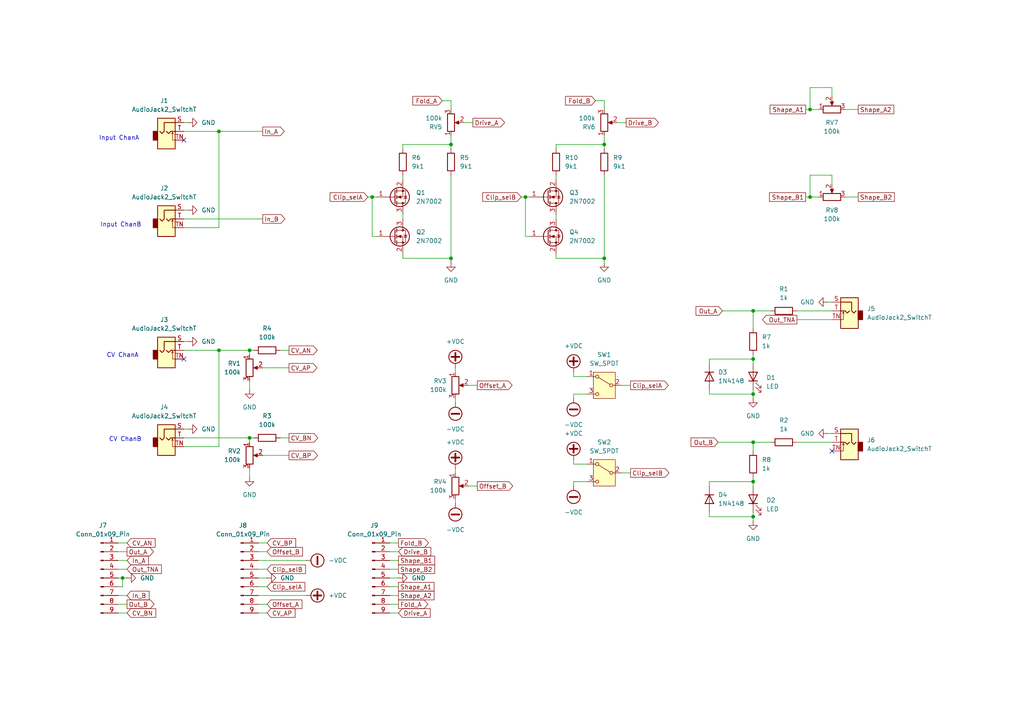
<source format=kicad_sch>
(kicad_sch (version 20231120) (generator "eeschema") (generator_version "8.0")
  (paper "A4")
  (title_block (title "ACID VCA IO") (date "2025-03-27") (rev "1.0"))
  (lib_symbols
    (symbol "Connector:Conn_01x09_Pin" (pin_names (offset 1.016) hide)
      (property "Reference" "J" (at 0 12.7 0))
      (property "Value" "Conn_01x09_Pin" (at 0 -12.7 0))
      (symbol "Conn_01x09_Pin_1_1"
        (polyline (pts (xy 1.27 -10.16) (xy 0.8636 -10.16)) (stroke (width 0.1524)))
        (polyline (pts (xy 1.27 -7.62) (xy 0.8636 -7.62)) (stroke (width 0.1524)))
        (polyline (pts (xy 1.27 -5.08) (xy 0.8636 -5.08)) (stroke (width 0.1524)))
        (polyline (pts (xy 1.27 -2.54) (xy 0.8636 -2.54)) (stroke (width 0.1524)))
        (polyline (pts (xy 1.27 0) (xy 0.8636 0)) (stroke (width 0.1524)))
        (polyline (pts (xy 1.27 2.54) (xy 0.8636 2.54)) (stroke (width 0.1524)))
        (polyline (pts (xy 1.27 5.08) (xy 0.8636 5.08)) (stroke (width 0.1524)))
        (polyline (pts (xy 1.27 7.62) (xy 0.8636 7.62)) (stroke (width 0.1524)))
        (polyline (pts (xy 1.27 10.16) (xy 0.8636 10.16)) (stroke (width 0.1524)))
        (rectangle (start 0.8636 -10.033) (end 0 -10.287) (stroke (width 0.1524)) (fill (type outline)))
        (rectangle (start 0.8636 -7.493) (end 0 -7.747) (stroke (width 0.1524)) (fill (type outline)))
        (rectangle (start 0.8636 -4.953) (end 0 -5.207) (stroke (width 0.1524)) (fill (type outline)))
        (rectangle (start 0.8636 -2.413) (end 0 -2.667) (stroke (width 0.1524)) (fill (type outline)))
        (rectangle (start 0.8636 0.127) (end 0 -0.127) (stroke (width 0.1524)) (fill (type outline)))
        (rectangle (start 0.8636 2.667) (end 0 2.413) (stroke (width 0.1524)) (fill (type outline)))
        (rectangle (start 0.8636 5.207) (end 0 4.953) (stroke (width 0.1524)) (fill (type outline)))
        (rectangle (start 0.8636 7.747) (end 0 7.493) (stroke (width 0.1524)) (fill (type outline)))
        (rectangle (start 0.8636 10.287) (end 0 10.033) (stroke (width 0.1524)) (fill (type outline)))
        (pin passive line (at 5.08 10.16 180) (length 3.81) (name "Pin_1") (number "1"))
        (pin passive line (at 5.08 7.62 180) (length 3.81) (name "Pin_2") (number "2"))
        (pin passive line (at 5.08 5.08 180) (length 3.81) (name "Pin_3") (number "3"))
        (pin passive line (at 5.08 2.54 180) (length 3.81) (name "Pin_4") (number "4"))
        (pin passive line (at 5.08 0 180) (length 3.81) (name "Pin_5") (number "5"))
        (pin passive line (at 5.08 -2.54 180) (length 3.81) (name "Pin_6") (number "6"))
        (pin passive line (at 5.08 -5.08 180) (length 3.81) (name "Pin_7") (number "7"))
        (pin passive line (at 5.08 -7.62 180) (length 3.81) (name "Pin_8") (number "8"))
        (pin passive line (at 5.08 -10.16 180) (length 3.81) (name "Pin_9") (number "9"))
      )
    )
    (symbol "Connector_Audio:AudioJack2_SwitchT"
      (property "Reference" "J" (at 0 8.89 0))
      (property "Value" "AudioJack2_SwitchT" (at 0 6.35 0))
      (symbol "AudioJack2_SwitchT_0_1"
        (rectangle (start -2.54 0) (end -3.81 -2.54) (stroke (width 0.254)) (fill (type outline)))
        (polyline (pts (xy 1.778 -0.254) (xy 2.032 -0.762)))
        (polyline (pts (xy 0 0) (xy 0.635 -0.635) (xy 1.27 0) (xy 2.54 0)) (stroke (width 0.254)))
        (polyline (pts (xy 2.54 -2.54) (xy 1.778 -2.54) (xy 1.778 -0.254) (xy 1.524 -0.762)))
        (polyline (pts (xy 2.54 2.54) (xy -0.635 2.54) (xy -0.635 0) (xy -1.27 -0.635) (xy -1.905 0)) (stroke (width 0.254)))
        (rectangle (start 2.54 3.81) (end -2.54 -5.08) (stroke (width 0.254)) (fill (type background)))
      )
      (symbol "AudioJack2_SwitchT_1_1"
        (pin passive line (at 5.08 2.54 180) (length 2.54) (name "~") (number "S"))
        (pin passive line (at 5.08 0 180) (length 2.54) (name "~") (number "T"))
        (pin passive line (at 5.08 -2.54 180) (length 2.54) (name "~") (number "TN"))
      )
    )
    (symbol "Device:D" (pin_numbers hide) (pin_names (offset 1.016) hide)
      (property "Reference" "D" (at 0 2.54 0))
      (property "Value" "D" (at 0 -2.54 0))
      (symbol "D_0_1"
        (polyline (pts (xy -1.27 1.27) (xy -1.27 -1.27)) (stroke (width 0.254)))
        (polyline (pts (xy 1.27 0) (xy -1.27 0)))
        (polyline (pts (xy 1.27 1.27) (xy 1.27 -1.27) (xy -1.27 0) (xy 1.27 1.27)) (stroke (width 0.254)))
      )
      (symbol "D_1_1"
        (pin passive line (at -3.81 0 0) (length 2.54) (name "K") (number "1"))
        (pin passive line (at 3.81 0 180) (length 2.54) (name "A") (number "2"))
      )
    )
    (symbol "Device:LED" (pin_numbers hide) (pin_names (offset 1.016) hide)
      (property "Reference" "D" (at 0 2.54 0))
      (property "Value" "LED" (at 0 -2.54 0))
      (symbol "LED_0_1"
        (polyline (pts (xy -1.27 -1.27) (xy -1.27 1.27)) (stroke (width 0.254)))
        (polyline (pts (xy -1.27 0) (xy 1.27 0)))
        (polyline (pts (xy 1.27 -1.27) (xy 1.27 1.27) (xy -1.27 0) (xy 1.27 -1.27)) (stroke (width 0.254)))
        (polyline (pts (xy -3.048 -0.762) (xy -4.572 -2.286) (xy -3.81 -2.286) (xy -4.572 -2.286) (xy -4.572 -1.524)))
        (polyline (pts (xy -1.778 -0.762) (xy -3.302 -2.286) (xy -2.54 -2.286) (xy -3.302 -2.286) (xy -3.302 -1.524)))
      )
      (symbol "LED_1_1"
        (pin passive line (at -3.81 0 0) (length 2.54) (name "K") (number "1"))
        (pin passive line (at 3.81 0 180) (length 2.54) (name "A") (number "2"))
      )
    )
    (symbol "Device:R" (pin_numbers hide) (pin_names (offset 0))
      (property "Reference" "R" (at 2.032 0 90))
      (property "Value" "R" (at 0 0 90))
      (symbol "R_0_1"
        (rectangle (start -1.016 -2.54) (end 1.016 2.54) (stroke (width 0.254)))
      )
      (symbol "R_1_1"
        (pin passive line (at 0 3.81 270) (length 1.27) (name "~") (number "1"))
        (pin passive line (at 0 -3.81 90) (length 1.27) (name "~") (number "2"))
      )
    )
    (symbol "Device:R_Potentiometer" (pin_names (offset 1.016) hide)
      (property "Reference" "RV" (at -4.445 0 90))
      (property "Value" "R_Potentiometer" (at -2.54 0 90))
      (symbol "R_Potentiometer_0_1"
        (polyline (pts (xy 2.54 0) (xy 1.524 0)))
        (polyline (pts (xy 1.143 0) (xy 2.286 0.508) (xy 2.286 -0.508) (xy 1.143 0)) (fill (type outline)))
        (rectangle (start 1.016 2.54) (end -1.016 -2.54) (stroke (width 0.254)))
      )
      (symbol "R_Potentiometer_1_1"
        (pin passive line (at 0 3.81 270) (length 1.27) (name "1") (number "1"))
        (pin passive line (at 3.81 0 180) (length 1.27) (name "2") (number "2"))
        (pin passive line (at 0 -3.81 90) (length 1.27) (name "3") (number "3"))
      )
    )
    (symbol "Switch:SW_SPDT" (pin_names (offset 0) hide)
      (property "Reference" "SW" (at 0 5.08 0))
      (property "Value" "SW_SPDT" (at 0 -5.08 0))
      (symbol "SW_SPDT_0_1"
        (circle (center -2.032 0) (radius 0.4572))
        (polyline (pts (xy -1.651 0.254) (xy 1.651 2.286)))
        (circle (center 2.032 -2.54) (radius 0.4572))
        (circle (center 2.032 2.54) (radius 0.4572))
      )
      (symbol "SW_SPDT_1_1"
        (rectangle (start -3.175 3.81) (end 3.175 -3.81) (fill (type background)))
        (pin passive line (at 5.08 2.54 180) (length 2.54) (name "A") (number "1"))
        (pin passive line (at -5.08 0 0) (length 2.54) (name "B") (number "2"))
        (pin passive line (at 5.08 -2.54 180) (length 2.54) (name "C") (number "3"))
      )
    )
    (symbol "Transistor_FET:2N7002" (pin_names hide)
      (property "Reference" "Q" (at 5.08 1.905 0))
      (property "Value" "2N7002" (at 5.08 0 0))
      (symbol "2N7002_0_1"
        (polyline (pts (xy 0.254 0) (xy -2.54 0)))
        (polyline (pts (xy 0.254 1.905) (xy 0.254 -1.905)) (stroke (width 0.254)))
        (polyline (pts (xy 0.762 -1.27) (xy 0.762 -2.286)) (stroke (width 0.254)))
        (polyline (pts (xy 0.762 0.508) (xy 0.762 -0.508)) (stroke (width 0.254)))
        (polyline (pts (xy 0.762 2.286) (xy 0.762 1.27)) (stroke (width 0.254)))
        (polyline (pts (xy 2.54 2.54) (xy 2.54 1.778)))
        (polyline (pts (xy 2.54 -2.54) (xy 2.54 0) (xy 0.762 0)))
        (polyline (pts (xy 0.762 -1.778) (xy 3.302 -1.778) (xy 3.302 1.778) (xy 0.762 1.778)))
        (polyline (pts (xy 1.016 0) (xy 2.032 0.381) (xy 2.032 -0.381) (xy 1.016 0)) (fill (type outline)))
        (polyline (pts (xy 2.794 0.508) (xy 2.921 0.381) (xy 3.683 0.381) (xy 3.81 0.254)))
        (polyline (pts (xy 3.302 0.381) (xy 2.921 -0.254) (xy 3.683 -0.254) (xy 3.302 0.381)))
        (circle (center 1.651 0) (radius 2.794) (stroke (width 0.254)))
        (circle (center 2.54 -1.778) (radius 0.254) (fill (type outline)))
        (circle (center 2.54 1.778) (radius 0.254) (fill (type outline)))
      )
      (symbol "2N7002_1_1"
        (pin input line (at -5.08 0 0) (length 2.54) (name "G") (number "1"))
        (pin passive line (at 2.54 -5.08 90) (length 2.54) (name "S") (number "2"))
        (pin passive line (at 2.54 5.08 270) (length 2.54) (name "D") (number "3"))
      )
    )
    (symbol "power:+VDC" (power) (pin_numbers hide) (pin_names (offset 0) hide)
      (property "Value" "+VDC" (at 0 6.35 0))
      (symbol "+VDC_0_1"
        (polyline (pts (xy -1.143 3.175) (xy 1.143 3.175)) (stroke (width 0.508)))
        (polyline (pts (xy 0 0) (xy 0 1.27)))
        (polyline (pts (xy 0 2.032) (xy 0 4.318)) (stroke (width 0.508)))
        (circle (center 0 3.175) (radius 1.905) (stroke (width 0.254)))
      )
      (symbol "+VDC_1_1"
        (pin power_in line (at 0 0 90) (length 0) (name "~") (number "1"))
      )
    )
    (symbol "power:-VDC" (power) (pin_numbers hide) (pin_names (offset 0) hide)
      (property "Value" "-VDC" (at 0 6.35 0))
      (symbol "-VDC_0_1"
        (polyline (pts (xy -1.143 3.175) (xy 1.143 3.175)) (stroke (width 0.508)))
        (polyline (pts (xy 0 0) (xy 0 1.27)))
        (circle (center 0 3.175) (radius 1.905) (stroke (width 0.254)))
      )
      (symbol "-VDC_1_1"
        (pin power_in line (at 0 0 90) (length 0) (name "~") (number "1"))
      )
    )
    (symbol "power:GND" (power) (pin_numbers hide) (pin_names (offset 0) hide)
      (property "Value" "GND" (at 0 -3.81 0))
      (symbol "GND_0_1"
        (polyline (pts (xy 0 0) (xy 0 -1.27) (xy 1.27 -1.27) (xy 0 -2.54) (xy -1.27 -1.27) (xy 0 -1.27)))
      )
      (symbol "GND_1_1"
        (pin power_in line (at 0 0 270) (length 0) (name "~") (number "1"))
      )
    )
  )
  (junction (at 234.95 57.15))
  (junction (at 218.44 139.7))
  (junction (at 234.95 31.75))
  (junction (at 218.44 149.86))
  (junction (at 107.95 57.15))
  (junction (at 218.44 90.17))
  (junction (at 218.44 114.3))
  (junction (at 63.5 38.1))
  (junction (at 72.39 127))
  (junction (at 175.26 41.91))
  (junction (at 175.26 74.93))
  (junction (at 218.44 104.14))
  (junction (at 63.5 101.6))
  (junction (at 35.56 167.64))
  (junction (at 218.44 128.27))
  (junction (at 130.81 41.91))
  (junction (at 152.4 57.15))
  (junction (at 72.39 101.6))
  (junction (at 130.81 74.93))
  (no_connect (at 53.34 40.64))
  (no_connect (at 241.3 130.81))
  (no_connect (at 53.34 104.14))
  (wire (pts (xy 161.29 41.91) (xy 175.26 41.91)))
  (wire (pts (xy 76.2 132.08) (xy 83.82 132.08)))
  (wire (pts (xy 166.37 107.95) (xy 166.37 109.22)))
  (wire (pts (xy 180.34 137.16) (xy 182.88 137.16)))
  (wire (pts (xy 208.28 128.27) (xy 218.44 128.27)))
  (wire (pts (xy 166.37 115.57) (xy 166.37 114.3)))
  (wire (pts (xy 245.11 31.75) (xy 248.92 31.75)))
  (wire (pts (xy 166.37 140.97) (xy 166.37 139.7)))
  (wire (pts (xy 74.93 172.72) (xy 88.9 172.72)))
  (wire (pts (xy 132.08 115.57) (xy 132.08 116.84)))
  (wire (pts (xy 135.89 140.97) (xy 138.43 140.97)))
  (wire (pts (xy 35.56 167.64) (xy 36.83 167.64)))
  (wire (pts (xy 116.84 50.8) (xy 116.84 52.07)))
  (wire (pts (xy 113.03 170.18) (xy 115.57 170.18)))
  (wire (pts (xy 179.07 35.56) (xy 181.61 35.56)))
  (wire (pts (xy 218.44 138.43) (xy 218.44 139.7)))
  (wire (pts (xy 72.39 127) (xy 72.39 128.27)))
  (wire (pts (xy 130.81 29.21) (xy 130.81 31.75)))
  (wire (pts (xy 231.14 128.27) (xy 241.3 128.27)))
  (wire (pts (xy 113.03 177.8) (xy 115.57 177.8)))
  (wire (pts (xy 240.03 125.73) (xy 241.3 125.73)))
  (wire (pts (xy 113.03 175.26) (xy 115.57 175.26)))
  (wire (pts (xy 53.34 127) (xy 72.39 127)))
  (wire (pts (xy 63.5 101.6) (xy 72.39 101.6)))
  (wire (pts (xy 152.4 68.58) (xy 152.4 57.15)))
  (wire (pts (xy 233.68 57.15) (xy 234.95 57.15)))
  (wire (pts (xy 240.03 87.63) (xy 241.3 87.63)))
  (wire (pts (xy 74.93 157.48) (xy 77.47 157.48)))
  (wire (pts (xy 241.3 27.94) (xy 241.3 25.4)))
  (wire (pts (xy 231.14 90.17) (xy 241.3 90.17)))
  (wire (pts (xy 166.37 134.62) (xy 170.18 134.62)))
  (wire (pts (xy 53.34 60.96) (xy 54.61 60.96)))
  (wire (pts (xy 153.67 68.58) (xy 152.4 68.58)))
  (wire (pts (xy 34.29 177.8) (xy 36.83 177.8)))
  (wire (pts (xy 53.34 35.56) (xy 54.61 35.56)))
  (wire (pts (xy 35.56 170.18) (xy 34.29 170.18)))
  (wire (pts (xy 76.2 106.68) (xy 83.82 106.68)))
  (wire (pts (xy 63.5 129.54) (xy 63.5 101.6)))
  (wire (pts (xy 205.74 139.7) (xy 218.44 139.7)))
  (wire (pts (xy 218.44 104.14) (xy 218.44 105.41)))
  (wire (pts (xy 241.3 25.4) (xy 234.95 25.4)))
  (wire (pts (xy 175.26 39.37) (xy 175.26 41.91)))
  (wire (pts (xy 53.34 99.06) (xy 54.61 99.06)))
  (wire (pts (xy 113.03 157.48) (xy 115.57 157.48)))
  (wire (pts (xy 218.44 139.7) (xy 218.44 140.97)))
  (wire (pts (xy 74.93 175.26) (xy 77.47 175.26)))
  (wire (pts (xy 74.93 170.18) (xy 77.47 170.18)))
  (wire (pts (xy 72.39 127) (xy 73.66 127)))
  (wire (pts (xy 175.26 76.2) (xy 175.26 74.93)))
  (wire (pts (xy 205.74 140.97) (xy 205.74 139.7)))
  (wire (pts (xy 166.37 139.7) (xy 170.18 139.7)))
  (wire (pts (xy 116.84 41.91) (xy 116.84 43.18)))
  (wire (pts (xy 63.5 38.1) (xy 76.2 38.1)))
  (wire (pts (xy 130.81 43.18) (xy 130.81 41.91)))
  (wire (pts (xy 74.93 167.64) (xy 77.47 167.64)))
  (wire (pts (xy 72.39 110.49) (xy 72.39 113.03)))
  (wire (pts (xy 130.81 74.93) (xy 130.81 76.2)))
  (wire (pts (xy 63.5 38.1) (xy 53.34 38.1)))
  (wire (pts (xy 113.03 162.56) (xy 115.57 162.56)))
  (wire (pts (xy 34.29 175.26) (xy 36.83 175.26)))
  (wire (pts (xy 34.29 160.02) (xy 36.83 160.02)))
  (wire (pts (xy 130.81 50.8) (xy 130.81 74.93)))
  (wire (pts (xy 205.74 113.03) (xy 205.74 114.3)))
  (wire (pts (xy 34.29 157.48) (xy 36.83 157.48)))
  (wire (pts (xy 132.08 135.89) (xy 132.08 137.16)))
  (wire (pts (xy 161.29 50.8) (xy 161.29 52.07)))
  (wire (pts (xy 234.95 57.15) (xy 237.49 57.15)))
  (wire (pts (xy 63.5 66.04) (xy 63.5 38.1)))
  (wire (pts (xy 161.29 62.23) (xy 161.29 63.5)))
  (wire (pts (xy 152.4 57.15) (xy 153.67 57.15)))
  (wire (pts (xy 107.95 68.58) (xy 109.22 68.58)))
  (wire (pts (xy 113.03 165.1) (xy 115.57 165.1)))
  (wire (pts (xy 72.39 101.6) (xy 73.66 101.6)))
  (wire (pts (xy 218.44 102.87) (xy 218.44 104.14)))
  (wire (pts (xy 218.44 149.86) (xy 218.44 151.13)))
  (wire (pts (xy 166.37 109.22) (xy 170.18 109.22)))
  (wire (pts (xy 116.84 62.23) (xy 116.84 63.5)))
  (wire (pts (xy 63.5 101.6) (xy 53.34 101.6)))
  (wire (pts (xy 218.44 113.03) (xy 218.44 114.3)))
  (wire (pts (xy 34.29 172.72) (xy 36.83 172.72)))
  (wire (pts (xy 205.74 104.14) (xy 218.44 104.14)))
  (wire (pts (xy 241.3 50.8) (xy 234.95 50.8)))
  (wire (pts (xy 74.93 177.8) (xy 77.47 177.8)))
  (wire (pts (xy 74.93 160.02) (xy 77.47 160.02)))
  (wire (pts (xy 218.44 128.27) (xy 223.52 128.27)))
  (wire (pts (xy 134.62 35.56) (xy 137.16 35.56)))
  (wire (pts (xy 113.03 160.02) (xy 115.57 160.02)))
  (wire (pts (xy 53.34 129.54) (xy 63.5 129.54)))
  (wire (pts (xy 35.56 167.64) (xy 35.56 170.18)))
  (wire (pts (xy 128.27 29.21) (xy 130.81 29.21)))
  (wire (pts (xy 116.84 74.93) (xy 130.81 74.93)))
  (wire (pts (xy 166.37 114.3) (xy 170.18 114.3)))
  (wire (pts (xy 234.95 31.75) (xy 237.49 31.75)))
  (wire (pts (xy 218.44 90.17) (xy 223.52 90.17)))
  (wire (pts (xy 218.44 128.27) (xy 218.44 130.81)))
  (wire (pts (xy 132.08 144.78) (xy 132.08 146.05)))
  (wire (pts (xy 231.14 92.71) (xy 241.3 92.71)))
  (wire (pts (xy 74.93 162.56) (xy 88.9 162.56)))
  (wire (pts (xy 106.68 57.15) (xy 107.95 57.15)))
  (wire (pts (xy 161.29 43.18) (xy 161.29 41.91)))
  (wire (pts (xy 209.55 90.17) (xy 218.44 90.17)))
  (wire (pts (xy 107.95 57.15) (xy 107.95 68.58)))
  (wire (pts (xy 175.26 50.8) (xy 175.26 74.93)))
  (wire (pts (xy 175.26 74.93) (xy 161.29 74.93)))
  (wire (pts (xy 53.34 124.46) (xy 54.61 124.46)))
  (wire (pts (xy 205.74 149.86) (xy 218.44 149.86)))
  (wire (pts (xy 130.81 41.91) (xy 116.84 41.91)))
  (wire (pts (xy 113.03 172.72) (xy 115.57 172.72)))
  (wire (pts (xy 218.44 114.3) (xy 218.44 115.57)))
  (wire (pts (xy 130.81 39.37) (xy 130.81 41.91)))
  (wire (pts (xy 205.74 114.3) (xy 218.44 114.3)))
  (wire (pts (xy 135.89 111.76) (xy 138.43 111.76)))
  (wire (pts (xy 132.08 106.68) (xy 132.08 107.95)))
  (wire (pts (xy 175.26 29.21) (xy 175.26 31.75)))
  (wire (pts (xy 166.37 133.35) (xy 166.37 134.62)))
  (wire (pts (xy 180.34 111.76) (xy 182.88 111.76)))
  (wire (pts (xy 72.39 135.89) (xy 72.39 138.43)))
  (wire (pts (xy 218.44 90.17) (xy 218.44 95.25)))
  (wire (pts (xy 34.29 167.64) (xy 35.56 167.64)))
  (wire (pts (xy 175.26 41.91) (xy 175.26 43.18)))
  (wire (pts (xy 53.34 63.5) (xy 76.2 63.5)))
  (wire (pts (xy 233.68 31.75) (xy 234.95 31.75)))
  (wire (pts (xy 34.29 162.56) (xy 36.83 162.56)))
  (wire (pts (xy 72.39 101.6) (xy 72.39 102.87)))
  (wire (pts (xy 113.03 167.64) (xy 115.57 167.64)))
  (wire (pts (xy 109.22 57.15) (xy 107.95 57.15)))
  (wire (pts (xy 81.28 101.6) (xy 83.82 101.6)))
  (wire (pts (xy 172.72 29.21) (xy 175.26 29.21)))
  (wire (pts (xy 81.28 127) (xy 83.82 127)))
  (wire (pts (xy 245.11 57.15) (xy 248.92 57.15)))
  (wire (pts (xy 205.74 105.41) (xy 205.74 104.14)))
  (wire (pts (xy 116.84 73.66) (xy 116.84 74.93)))
  (wire (pts (xy 53.34 66.04) (xy 63.5 66.04)))
  (wire (pts (xy 218.44 148.59) (xy 218.44 149.86)))
  (wire (pts (xy 161.29 74.93) (xy 161.29 73.66)))
  (wire (pts (xy 234.95 50.8) (xy 234.95 57.15)))
  (wire (pts (xy 241.3 53.34) (xy 241.3 50.8)))
  (wire (pts (xy 34.29 165.1) (xy 36.83 165.1)))
  (wire (pts (xy 205.74 148.59) (xy 205.74 149.86)))
  (wire (pts (xy 234.95 25.4) (xy 234.95 31.75)))
  (wire (pts (xy 151.13 57.15) (xy 152.4 57.15)))
  (wire (pts (xy 74.93 165.1) (xy 77.47 165.1)))
  (text "CV ChanA" (at 35.56 103.124 0) (effects (font (size 1.27 1.27))))
  (text "CV ChanB" (at 36.322 127.508 0) (effects (font (size 1.27 1.27))))
  (text "Input ChanB" (at 35.052 65.278 0) (effects (font (size 1.27 1.27))))
  (text "Input ChanA" (at 34.544 40.132 0) (effects (font (size 1.27 1.27))))
  (global_label "CV_BP" (shape input) (at 77.47 157.48 0) (property "Intersheetrefs" "${INTERSHEET_REFS}" (effects (hide yes))))
  (global_label "Drive_B" (shape input) (at 115.57 160.02 0) (property "Intersheetrefs" "${INTERSHEET_REFS}" (effects (hide yes))))
  (global_label "CV_AP" (shape output) (at 83.82 106.68 0) (property "Intersheetrefs" "${INTERSHEET_REFS}" (effects (hide yes))))
  (global_label "Drive_B" (shape output) (at 181.61 35.56 0) (property "Intersheetrefs" "${INTERSHEET_REFS}" (effects (hide yes))))
  (global_label "Drive_A" (shape output) (at 137.16 35.56 0) (property "Intersheetrefs" "${INTERSHEET_REFS}" (effects (hide yes))))
  (global_label "Fold_B" (shape output) (at 115.57 157.48 0) (property "Intersheetrefs" "${INTERSHEET_REFS}" (effects (hide yes))))
  (global_label "Offset_A" (shape input) (at 77.47 175.26 0) (property "Intersheetrefs" "${INTERSHEET_REFS}" (effects (hide yes))))
  (global_label "Fold_B" (shape input) (at 172.72 29.21 180) (property "Intersheetrefs" "${INTERSHEET_REFS}" (effects (hide yes))))
  (global_label "Shape_B1" (shape passive) (at 233.68 57.15 180) (property "Intersheetrefs" "${INTERSHEET_REFS}" (effects (hide yes))))
  (global_label "Shape_B2" (shape passive) (at 115.57 165.1 0) (property "Intersheetrefs" "${INTERSHEET_REFS}" (effects (hide yes))))
  (global_label "Out_A" (shape output) (at 36.83 160.02 0) (property "Intersheetrefs" "${INTERSHEET_REFS}" (effects (hide yes))))
  (global_label "Out_A" (shape input) (at 209.55 90.17 180) (property "Intersheetrefs" "${INTERSHEET_REFS}" (effects (hide yes))))
  (global_label "In_B" (shape input) (at 36.83 172.72 0) (property "Intersheetrefs" "${INTERSHEET_REFS}" (effects (hide yes))))
  (global_label "CV_BN" (shape output) (at 83.82 127 0) (property "Intersheetrefs" "${INTERSHEET_REFS}" (effects (hide yes))))
  (global_label "Offset_B" (shape input) (at 77.47 160.02 0) (property "Intersheetrefs" "${INTERSHEET_REFS}" (effects (hide yes))))
  (global_label "Shape_A2" (shape passive) (at 248.92 31.75 0) (property "Intersheetrefs" "${INTERSHEET_REFS}" (effects (hide yes))))
  (global_label "Offset_B" (shape output) (at 138.43 140.97 0) (property "Intersheetrefs" "${INTERSHEET_REFS}" (effects (hide yes))))
  (global_label "Clip_selB" (shape output) (at 182.88 137.16 0) (property "Intersheetrefs" "${INTERSHEET_REFS}" (effects (hide yes))))
  (global_label "Clip_selA" (shape input) (at 77.47 170.18 0) (property "Intersheetrefs" "${INTERSHEET_REFS}" (effects (hide yes))))
  (global_label "CV_BP" (shape output) (at 83.82 132.08 0) (property "Intersheetrefs" "${INTERSHEET_REFS}" (effects (hide yes))))
  (global_label "CV_AP" (shape input) (at 77.47 177.8 0) (property "Intersheetrefs" "${INTERSHEET_REFS}" (effects (hide yes))))
  (global_label "Out_TNA" (shape output) (at 231.14 92.71 180) (property "Intersheetrefs" "${INTERSHEET_REFS}" (effects (hide yes))))
  (global_label "Shape_A1" (shape passive) (at 115.57 170.18 0) (property "Intersheetrefs" "${INTERSHEET_REFS}" (effects (hide yes))))
  (global_label "Out_TNA" (shape input) (at 36.83 165.1 0) (property "Intersheetrefs" "${INTERSHEET_REFS}" (effects (hide yes))))
  (global_label "Clip_selA" (shape input) (at 106.68 57.15 180) (property "Intersheetrefs" "${INTERSHEET_REFS}" (effects (hide yes))))
  (global_label "Fold_A" (shape input) (at 128.27 29.21 180) (property "Intersheetrefs" "${INTERSHEET_REFS}" (effects (hide yes))))
  (global_label "Shape_B2" (shape passive) (at 248.92 57.15 0) (property "Intersheetrefs" "${INTERSHEET_REFS}" (effects (hide yes))))
  (global_label "Shape_A2" (shape passive) (at 115.57 172.72 0) (property "Intersheetrefs" "${INTERSHEET_REFS}" (effects (hide yes))))
  (global_label "Clip_selA" (shape output) (at 182.88 111.76 0) (property "Intersheetrefs" "${INTERSHEET_REFS}" (effects (hide yes))))
  (global_label "In_A" (shape output) (at 76.2 38.1 0) (property "Intersheetrefs" "${INTERSHEET_REFS}" (effects (hide yes))))
  (global_label "In_B" (shape output) (at 76.2 63.5 0) (property "Intersheetrefs" "${INTERSHEET_REFS}" (effects (hide yes))))
  (global_label "In_A" (shape input) (at 36.83 162.56 0) (property "Intersheetrefs" "${INTERSHEET_REFS}" (effects (hide yes))))
  (global_label "Clip_selB" (shape input) (at 77.47 165.1 0) (property "Intersheetrefs" "${INTERSHEET_REFS}" (effects (hide yes))))
  (global_label "Out_B" (shape input) (at 208.28 128.27 180) (property "Intersheetrefs" "${INTERSHEET_REFS}" (effects (hide yes))))
  (global_label "Out_B" (shape output) (at 36.83 175.26 0) (property "Intersheetrefs" "${INTERSHEET_REFS}" (effects (hide yes))))
  (global_label "CV_AN" (shape input) (at 36.83 157.48 0) (property "Intersheetrefs" "${INTERSHEET_REFS}" (effects (hide yes))))
  (global_label "Offset_A" (shape output) (at 138.43 111.76 0) (property "Intersheetrefs" "${INTERSHEET_REFS}" (effects (hide yes))))
  (global_label "CV_BN" (shape input) (at 36.83 177.8 0) (property "Intersheetrefs" "${INTERSHEET_REFS}" (effects (hide yes))))
  (global_label "Shape_B1" (shape passive) (at 115.57 162.56 0) (property "Intersheetrefs" "${INTERSHEET_REFS}" (effects (hide yes))))
  (global_label "CV_AN" (shape output) (at 83.82 101.6 0) (property "Intersheetrefs" "${INTERSHEET_REFS}" (effects (hide yes))))
  (global_label "Fold_A" (shape output) (at 115.57 175.26 0) (property "Intersheetrefs" "${INTERSHEET_REFS}" (effects (hide yes))))
  (global_label "Drive_A" (shape input) (at 115.57 177.8 0) (property "Intersheetrefs" "${INTERSHEET_REFS}" (effects (hide yes))))
  (global_label "Clip_selB" (shape input) (at 151.13 57.15 180) (property "Intersheetrefs" "${INTERSHEET_REFS}" (effects (hide yes))))
  (global_label "Shape_A1" (shape passive) (at 233.68 31.75 180) (property "Intersheetrefs" "${INTERSHEET_REFS}" (effects (hide yes))))
  (symbol (lib_id "Transistor_FET:2N7002") (at 114.3 68.58 0) (unit 1)
    (property "Reference" "Q2" (at 120.65 67.3099 0) (effects (justify left)))
    (property "Value" "2N7002" (at 120.65 69.8499 0) (effects (justify left)))
    (property "Footprint" "Package_TO_SOT_SMD:SOT-23" (effects (hide yes)))
    (property "Datasheet" "https://www.onsemi.com/pub/Collateral/NDS7002A-D.PDF" (effects (hide yes)))
    (property "Description" "0.115A Id, 60V Vds, N-Channel MOSFET, SOT-23" (effects (hide yes)))
  )
  (symbol (lib_id "power:GND") (at 240.03 87.63 270) (unit 1)
    (property "Reference" "#PWR05" (effects (hide yes)))
    (property "Value" "GND" (at 236.22 87.6299 90) (effects (justify right)))
    (property "Description" "Power symbol creates a global label with name \"GND\" , ground" (effects (hide yes)))
  )
  (symbol (lib_id "Device:R") (at 218.44 99.06 180) (unit 1)
    (property "Reference" "R7" (at 220.98 97.7899 0) (effects (justify right)))
    (property "Value" "1k" (at 220.98 100.3299 0) (effects (justify right)))
    (property "Footprint" "Resistor_SMD:R_0603_1608Metric" (effects (hide yes)))
    (property "Description" "Resistor" (effects (hide yes)))
  )
  (symbol (lib_id "Device:R") (at 227.33 128.27 90) (unit 1)
    (property "Reference" "R2" (at 227.33 121.92 90))
    (property "Value" "1k" (at 227.33 124.46 90))
    (property "Footprint" "Resistor_SMD:R_0603_1608Metric" (effects (hide yes)))
    (property "Description" "Resistor" (effects (hide yes)))
  )
  (symbol (lib_id "Device:R_Potentiometer") (at 132.08 140.97 0) (unit 1)
    (property "Reference" "RV4" (at 129.54 139.6999 0) (effects (justify right)))
    (property "Value" "100k" (at 129.54 142.2399 0) (effects (justify right)))
    (property "Footprint" "Potentiometer_THT:Potentiometer_Bourns_PTV09A-1_Single_Vertical" (effects (hide yes)))
    (property "Description" "Potentiometer" (effects (hide yes)))
  )
  (symbol (lib_id "power:GND") (at 54.61 99.06 90) (unit 1)
    (property "Reference" "#PWR03" (effects (hide yes)))
    (property "Value" "GND" (at 58.42 99.0599 90) (effects (justify right)))
    (property "Description" "Power symbol creates a global label with name \"GND\" , ground" (effects (hide yes)))
  )
  (symbol (lib_id "power:-VDC") (at 132.08 116.84 180) (unit 1)
    (property "Reference" "#PWR018" (effects (hide yes)))
    (property "Value" "-VDC" (at 132.08 124.46 0))
    (property "Description" "Power symbol creates a global label with name \"-VDC\"" (effects (hide yes)))
  )
  (symbol (lib_id "power:GND") (at 240.03 125.73 270) (unit 1)
    (property "Reference" "#PWR06" (effects (hide yes)))
    (property "Value" "GND" (at 236.22 125.7299 90) (effects (justify right)))
    (property "Description" "Power symbol creates a global label with name \"GND\" , ground" (effects (hide yes)))
  )
  (symbol (lib_id "Transistor_FET:2N7002") (at 114.3 57.15 0) (mirror x) (unit 1)
    (property "Reference" "Q1" (at 120.65 55.8799 0) (effects (justify left)))
    (property "Value" "2N7002" (at 120.65 58.4199 0) (effects (justify left)))
    (property "Footprint" "Package_TO_SOT_SMD:SOT-23" (effects (hide yes)))
    (property "Datasheet" "https://www.onsemi.com/pub/Collateral/NDS7002A-D.PDF" (effects (hide yes)))
    (property "Description" "0.115A Id, 60V Vds, N-Channel MOSFET, SOT-23" (effects (hide yes)))
  )
  (symbol (lib_id "power:+VDC") (at 166.37 107.95 0) (unit 1)
    (property "Reference" "#PWR013" (effects (hide yes)))
    (property "Value" "+VDC" (at 166.37 100.33 0))
    (property "Description" "Power symbol creates a global label with name \"+VDC\"" (effects (hide yes)))
  )
  (symbol (lib_id "Connector:Conn_01x09_Pin") (at 69.85 167.64 0) (unit 1)
    (property "Reference" "J8" (at 70.485 152.4 0))
    (property "Value" "Conn_01x09_Pin" (at 70.485 154.94 0))
    (property "Footprint" "Connector_PinHeader_2.54mm:PinHeader_1x09_P2.54mm_Vertical_SMD_Pin1Left" (effects (hide yes)))
    (property "Description" "Generic connector, single row, 01x09, script generated" (effects (hide yes)))
  )
  (symbol (lib_id "Device:R") (at 130.81 46.99 0) (unit 1)
    (property "Reference" "R5" (at 133.35 45.7199 0) (effects (justify left)))
    (property "Value" "9k1" (at 133.35 48.2599 0) (effects (justify left)))
    (property "Footprint" "Resistor_SMD:R_0603_1608Metric" (effects (hide yes)))
    (property "Description" "Resistor" (effects (hide yes)))
  )
  (symbol (lib_id "Transistor_FET:2N7002") (at 158.75 57.15 0) (mirror x) (unit 1)
    (property "Reference" "Q3" (at 165.1 55.8799 0) (effects (justify left)))
    (property "Value" "2N7002" (at 165.1 58.4199 0) (effects (justify left)))
    (property "Footprint" "Package_TO_SOT_SMD:SOT-23" (effects (hide yes)))
    (property "Datasheet" "https://www.onsemi.com/pub/Collateral/NDS7002A-D.PDF" (effects (hide yes)))
    (property "Description" "0.115A Id, 60V Vds, N-Channel MOSFET, SOT-23" (effects (hide yes)))
  )
  (symbol (lib_id "power:GND") (at 218.44 115.57 0) (unit 1)
    (property "Reference" "#PWR019" (effects (hide yes)))
    (property "Value" "GND" (at 218.44 120.65 0))
    (property "Description" "Power symbol creates a global label with name \"GND\" , ground" (effects (hide yes)))
  )
  (symbol (lib_id "Device:D") (at 205.74 109.22 270) (unit 1)
    (property "Reference" "D3" (at 208.28 107.9499 90) (effects (justify left)))
    (property "Value" "1N4148" (at 208.28 110.4899 90) (effects (justify left)))
    (property "Footprint" "Diode_SMD:D_SOD-323_HandSoldering" (effects (hide yes)))
    (property "Description" "Diode" (effects (hide yes)))
    (property "Sim.Device" "D" (effects (hide yes)))
    (property "Sim.Pins" "1=K 2=A" (effects (hide yes)))
  )
  (symbol (lib_id "Device:R_Potentiometer") (at 241.3 31.75 90) (unit 1)
    (property "Reference" "RV7" (at 241.3 35.56 90))
    (property "Value" "100k" (at 241.3 38.1 90))
    (property "Footprint" "Potentiometer_THT:Potentiometer_Bourns_PTV09A-1_Single_Vertical" (effects (hide yes)))
    (property "Description" "Potentiometer" (effects (hide yes)))
  )
  (symbol (lib_id "power:GND") (at 54.61 124.46 90) (unit 1)
    (property "Reference" "#PWR04" (effects (hide yes)))
    (property "Value" "GND" (at 58.42 124.4599 90) (effects (justify right)))
    (property "Description" "Power symbol creates a global label with name \"GND\" , ground" (effects (hide yes)))
  )
  (symbol (lib_id "Device:R_Potentiometer") (at 130.81 35.56 0) (mirror x) (unit 1)
    (property "Reference" "RV5" (at 128.27 36.8301 0) (effects (justify right)))
    (property "Value" "100k" (at 128.27 34.2901 0) (effects (justify right)))
    (property "Footprint" "Potentiometer_THT:Potentiometer_TT_P0915N" (effects (hide yes)))
    (property "Description" "Potentiometer" (effects (hide yes)))
  )
  (symbol (lib_id "Device:R_Potentiometer") (at 72.39 132.08 0) (unit 1)
    (property "Reference" "RV2" (at 69.85 130.8099 0) (effects (justify right)))
    (property "Value" "100k" (at 69.85 133.3499 0) (effects (justify right)))
    (property "Footprint" "Potentiometer_THT:Potentiometer_Bourns_PTV09A-1_Single_Vertical" (effects (hide yes)))
    (property "Description" "Potentiometer" (effects (hide yes)))
  )
  (symbol (lib_id "Device:R") (at 227.33 90.17 90) (unit 1)
    (property "Reference" "R1" (at 227.33 83.82 90))
    (property "Value" "1k" (at 227.33 86.36 90))
    (property "Footprint" "Resistor_SMD:R_0603_1608Metric" (effects (hide yes)))
    (property "Description" "Resistor" (effects (hide yes)))
  )
  (symbol (lib_id "Transistor_FET:2N7002") (at 158.75 68.58 0) (unit 1)
    (property "Reference" "Q4" (at 165.1 67.3099 0) (effects (justify left)))
    (property "Value" "2N7002" (at 165.1 69.8499 0) (effects (justify left)))
    (property "Footprint" "Package_TO_SOT_SMD:SOT-23" (effects (hide yes)))
    (property "Datasheet" "https://www.onsemi.com/pub/Collateral/NDS7002A-D.PDF" (effects (hide yes)))
    (property "Description" "0.115A Id, 60V Vds, N-Channel MOSFET, SOT-23" (effects (hide yes)))
  )
  (symbol (lib_id "power:+VDC") (at 132.08 135.89 0) (unit 1)
    (property "Reference" "#PWR012" (effects (hide yes)))
    (property "Value" "+VDC" (at 132.08 128.27 0))
    (property "Description" "Power symbol creates a global label with name \"+VDC\"" (effects (hide yes)))
  )
  (symbol (lib_id "power:-VDC") (at 166.37 140.97 180) (unit 1)
    (property "Reference" "#PWR016" (effects (hide yes)))
    (property "Value" "-VDC" (at 166.37 148.59 0))
    (property "Description" "Power symbol creates a global label with name \"-VDC\"" (effects (hide yes)))
  )
  (symbol (lib_id "power:-VDC") (at 132.08 146.05 180) (unit 1)
    (property "Reference" "#PWR017" (effects (hide yes)))
    (property "Value" "-VDC" (at 132.08 153.67 0))
    (property "Description" "Power symbol creates a global label with name \"-VDC\"" (effects (hide yes)))
  )
  (symbol (lib_id "Connector:Conn_01x09_Pin") (at 107.95 167.64 0) (unit 1)
    (property "Reference" "J9" (at 108.585 152.4 0))
    (property "Value" "Conn_01x09_Pin" (at 108.585 154.94 0))
    (property "Footprint" "Connector_PinHeader_2.54mm:PinHeader_1x09_P2.54mm_Vertical_SMD_Pin1Left" (effects (hide yes)))
    (property "Description" "Generic connector, single row, 01x09, script generated" (effects (hide yes)))
  )
  (symbol (lib_id "power:+VDC") (at 166.37 133.35 0) (unit 1)
    (property "Reference" "#PWR014" (effects (hide yes)))
    (property "Value" "+VDC" (at 166.37 125.73 0))
    (property "Description" "Power symbol creates a global label with name \"+VDC\"" (effects (hide yes)))
  )
  (symbol (lib_id "power:-VDC") (at 166.37 115.57 180) (unit 1)
    (property "Reference" "#PWR015" (effects (hide yes)))
    (property "Value" "-VDC" (at 166.37 123.19 0))
    (property "Description" "Power symbol creates a global label with name \"-VDC\"" (effects (hide yes)))
  )
  (symbol (lib_id "power:+VDC") (at 132.08 106.68 0) (unit 1)
    (property "Reference" "#PWR011" (effects (hide yes)))
    (property "Value" "+VDC" (at 132.08 99.06 0))
    (property "Description" "Power symbol creates a global label with name \"+VDC\"" (effects (hide yes)))
  )
  (symbol (lib_id "Connector_Audio:AudioJack2_SwitchT") (at 48.26 101.6 0) (unit 1)
    (property "Reference" "J3" (at 47.625 92.71 0))
    (property "Value" "AudioJack2_SwitchT" (at 47.625 95.25 0))
    (property "Footprint" "Custom:PJ398SM" (effects (hide yes)))
    (property "Description" "Audio Jack, 2 Poles (Mono / TS), Switched T Pole (Normalling)" (effects (hide yes)))
  )
  (symbol (lib_id "power:GND") (at 175.26 76.2 0) (unit 1)
    (property "Reference" "#PWR026" (effects (hide yes)))
    (property "Value" "GND" (at 175.26 81.28 0))
    (property "Description" "Power symbol creates a global label with name \"GND\" , ground" (effects (hide yes)))
  )
  (symbol (lib_id "power:GND") (at 72.39 138.43 0) (unit 1)
    (property "Reference" "#PWR08" (effects (hide yes)))
    (property "Value" "GND" (at 72.39 143.51 0))
    (property "Description" "Power symbol creates a global label with name \"GND\" , ground" (effects (hide yes)))
  )
  (symbol (lib_id "power:GND") (at 54.61 35.56 90) (unit 1)
    (property "Reference" "#PWR01" (effects (hide yes)))
    (property "Value" "GND" (at 58.42 35.5599 90) (effects (justify right)))
    (property "Description" "Power symbol creates a global label with name \"GND\" , ground" (effects (hide yes)))
  )
  (symbol (lib_id "power:GND") (at 72.39 113.03 0) (unit 1)
    (property "Reference" "#PWR07" (effects (hide yes)))
    (property "Value" "GND" (at 72.39 118.11 0))
    (property "Description" "Power symbol creates a global label with name \"GND\" , ground" (effects (hide yes)))
  )
  (symbol (lib_id "Device:D") (at 205.74 144.78 270) (unit 1)
    (property "Reference" "D4" (at 208.28 143.5099 90) (effects (justify left)))
    (property "Value" "1N4148" (at 208.28 146.0499 90) (effects (justify left)))
    (property "Footprint" "Diode_SMD:D_SOD-323_HandSoldering" (effects (hide yes)))
    (property "Description" "Diode" (effects (hide yes)))
    (property "Sim.Device" "D" (effects (hide yes)))
    (property "Sim.Pins" "1=K 2=A" (effects (hide yes)))
  )
  (symbol (lib_id "Device:R_Potentiometer") (at 72.39 106.68 0) (unit 1)
    (property "Reference" "RV1" (at 69.85 105.4099 0) (effects (justify right)))
    (property "Value" "100k" (at 69.85 107.9499 0) (effects (justify right)))
    (property "Footprint" "Potentiometer_THT:Potentiometer_Bourns_PTV09A-1_Single_Vertical" (effects (hide yes)))
    (property "Description" "Potentiometer" (effects (hide yes)))
  )
  (symbol (lib_id "Connector_Audio:AudioJack2_SwitchT") (at 246.38 128.27 0) (mirror y) (unit 1)
    (property "Reference" "J6" (at 251.46 127.6349 0) (effects (justify right)))
    (property "Value" "AudioJack2_SwitchT" (at 251.46 130.1749 0) (effects (justify right)))
    (property "Footprint" "Custom:PJ398SM" (effects (hide yes)))
    (property "Description" "Audio Jack, 2 Poles (Mono / TS), Switched T Pole (Normalling)" (effects (hide yes)))
  )
  (symbol (lib_id "power:GND") (at 115.57 167.64 90) (unit 1)
    (property "Reference" "#PWR021" (effects (hide yes)))
    (property "Value" "GND" (at 119.38 167.6399 90) (effects (justify right)))
    (property "Description" "Power symbol creates a global label with name \"GND\" , ground" (effects (hide yes)))
  )
  (symbol (lib_id "Switch:SW_SPDT") (at 175.26 137.16 0) (mirror y) (unit 1)
    (property "Reference" "SW2" (at 175.26 128.27 0))
    (property "Value" "SW_SPDT" (at 175.26 130.81 0))
    (property "Footprint" "Custom:Toggle switch mini" (effects (hide yes)))
    (property "Description" "Switch, single pole double throw" (effects (hide yes)))
  )
  (symbol (lib_id "power:GND") (at 54.61 60.96 90) (unit 1)
    (property "Reference" "#PWR02" (effects (hide yes)))
    (property "Value" "GND" (at 58.42 60.9599 90) (effects (justify right)))
    (property "Description" "Power symbol creates a global label with name \"GND\" , ground" (effects (hide yes)))
  )
  (symbol (lib_id "power:GND") (at 130.81 76.2 0) (unit 1)
    (property "Reference" "#PWR027" (effects (hide yes)))
    (property "Value" "GND" (at 130.81 81.28 0))
    (property "Description" "Power symbol creates a global label with name \"GND\" , ground" (effects (hide yes)))
  )
  (symbol (lib_id "Connector_Audio:AudioJack2_SwitchT") (at 48.26 38.1 0) (unit 1)
    (property "Reference" "J1" (at 47.625 29.21 0))
    (property "Value" "AudioJack2_SwitchT" (at 47.625 31.75 0))
    (property "Footprint" "Custom:PJ398SM" (effects (hide yes)))
    (property "Description" "Audio Jack, 2 Poles (Mono / TS), Switched T Pole (Normalling)" (effects (hide yes)))
  )
  (symbol (lib_id "power:GND") (at 77.47 167.64 90) (mirror x) (unit 1)
    (property "Reference" "#PWR022" (effects (hide yes)))
    (property "Value" "GND" (at 81.28 167.6401 90) (effects (justify right)))
    (property "Description" "Power symbol creates a global label with name \"GND\" , ground" (effects (hide yes)))
  )
  (symbol (lib_id "power:GND") (at 36.83 167.64 90) (unit 1)
    (property "Reference" "#PWR023" (effects (hide yes)))
    (property "Value" "GND" (at 40.64 167.6399 90) (effects (justify right)))
    (property "Description" "Power symbol creates a global label with name \"GND\" , ground" (effects (hide yes)))
  )
  (symbol (lib_id "Device:LED") (at 218.44 109.22 90) (unit 1)
    (property "Reference" "D1" (at 222.25 109.5374 90) (effects (justify right)))
    (property "Value" "LED" (at 222.25 112.0774 90) (effects (justify right)))
    (property "Footprint" "LED_THT:LED_D3.0mm_Clear" (effects (hide yes)))
    (property "Description" "Light emitting diode" (effects (hide yes)))
  )
  (symbol (lib_id "Device:R") (at 161.29 46.99 0) (unit 1)
    (property "Reference" "R10" (at 163.83 45.7199 0) (effects (justify left)))
    (property "Value" "9k1" (at 163.83 48.2599 0) (effects (justify left)))
    (property "Footprint" "Resistor_SMD:R_0603_1608Metric" (effects (hide yes)))
    (property "Description" "Resistor" (effects (hide yes)))
  )
  (symbol (lib_id "Device:R") (at 116.84 46.99 0) (unit 1)
    (property "Reference" "R6" (at 119.38 45.7199 0) (effects (justify left)))
    (property "Value" "9k1" (at 119.38 48.2599 0) (effects (justify left)))
    (property "Footprint" "Resistor_SMD:R_0603_1608Metric" (effects (hide yes)))
    (property "Description" "Resistor" (effects (hide yes)))
  )
  (symbol (lib_id "Device:R_Potentiometer") (at 241.3 57.15 90) (unit 1)
    (property "Reference" "RV8" (at 241.3 60.96 90))
    (property "Value" "100k" (at 241.3 63.5 90))
    (property "Footprint" "Potentiometer_THT:Potentiometer_Bourns_PTV09A-1_Single_Vertical" (effects (hide yes)))
    (property "Description" "Potentiometer" (effects (hide yes)))
  )
  (symbol (lib_id "Device:R") (at 77.47 127 90) (unit 1)
    (property "Reference" "R3" (at 77.47 120.65 90))
    (property "Value" "100k" (at 77.47 123.19 90))
    (property "Footprint" "Resistor_SMD:R_0603_1608Metric" (effects (hide yes)))
    (property "Description" "Resistor" (effects (hide yes)))
  )
  (symbol (lib_id "Device:R") (at 77.47 101.6 90) (unit 1)
    (property "Reference" "R4" (at 77.47 95.25 90))
    (property "Value" "100k" (at 77.47 97.79 90))
    (property "Footprint" "Resistor_SMD:R_0603_1608Metric" (effects (hide yes)))
    (property "Description" "Resistor" (effects (hide yes)))
  )
  (symbol (lib_id "Connector_Audio:AudioJack2_SwitchT") (at 48.26 127 0) (unit 1)
    (property "Reference" "J4" (at 47.625 118.11 0))
    (property "Value" "AudioJack2_SwitchT" (at 47.625 120.65 0))
    (property "Footprint" "Custom:PJ398SM" (effects (hide yes)))
    (property "Description" "Audio Jack, 2 Poles (Mono / TS), Switched T Pole (Normalling)" (effects (hide yes)))
  )
  (symbol (lib_id "Device:R_Potentiometer") (at 175.26 35.56 0) (mirror x) (unit 1)
    (property "Reference" "RV6" (at 172.72 36.8301 0) (effects (justify right)))
    (property "Value" "100k" (at 172.72 34.2901 0) (effects (justify right)))
    (property "Footprint" "Potentiometer_THT:Potentiometer_TT_P0915N" (effects (hide yes)))
    (property "Description" "Potentiometer" (effects (hide yes)))
  )
  (symbol (lib_id "power:-VDC") (at 88.9 162.56 270) (mirror x) (unit 1)
    (property "Reference" "#PWR025" (effects (hide yes)))
    (property "Value" "-VDC" (at 95.25 162.5601 90) (effects (justify left)))
    (property "Description" "Power symbol creates a global label with name \"-VDC\"" (effects (hide yes)))
  )
  (symbol (lib_id "Device:R") (at 218.44 134.62 180) (unit 1)
    (property "Reference" "R8" (at 220.98 133.3499 0) (effects (justify right)))
    (property "Value" "1k" (at 220.98 135.8899 0) (effects (justify right)))
    (property "Footprint" "Resistor_SMD:R_0603_1608Metric" (effects (hide yes)))
    (property "Description" "Resistor" (effects (hide yes)))
  )
  (symbol (lib_id "Switch:SW_SPDT") (at 175.26 111.76 0) (mirror y) (unit 1)
    (property "Reference" "SW1" (at 175.26 102.87 0))
    (property "Value" "SW_SPDT" (at 175.26 105.41 0))
    (property "Footprint" "Custom:Toggle switch mini" (effects (hide yes)))
    (property "Description" "Switch, single pole double throw" (effects (hide yes)))
  )
  (symbol (lib_id "Connector_Audio:AudioJack2_SwitchT") (at 48.26 63.5 0) (unit 1)
    (property "Reference" "J2" (at 47.625 54.61 0))
    (property "Value" "AudioJack2_SwitchT" (at 47.625 57.15 0))
    (property "Footprint" "Custom:PJ398SM" (effects (hide yes)))
    (property "Description" "Audio Jack, 2 Poles (Mono / TS), Switched T Pole (Normalling)" (effects (hide yes)))
  )
  (symbol (lib_id "Device:R") (at 175.26 46.99 0) (unit 1)
    (property "Reference" "R9" (at 177.8 45.7199 0) (effects (justify left)))
    (property "Value" "9k1" (at 177.8 48.2599 0) (effects (justify left)))
    (property "Footprint" "Resistor_SMD:R_0603_1608Metric" (effects (hide yes)))
    (property "Description" "Resistor" (effects (hide yes)))
  )
  (symbol (lib_id "Connector:Conn_01x09_Pin") (at 29.21 167.64 0) (unit 1)
    (property "Reference" "J7" (at 29.845 152.4 0))
    (property "Value" "Conn_01x09_Pin" (at 29.845 154.94 0))
    (property "Footprint" "Connector_PinHeader_2.54mm:PinHeader_1x09_P2.54mm_Vertical_SMD_Pin1Left" (effects (hide yes)))
    (property "Description" "Generic connector, single row, 01x09, script generated" (effects (hide yes)))
  )
  (symbol (lib_id "power:GND") (at 218.44 151.13 0) (unit 1)
    (property "Reference" "#PWR020" (effects (hide yes)))
    (property "Value" "GND" (at 218.44 156.21 0))
    (property "Description" "Power symbol creates a global label with name \"GND\" , ground" (effects (hide yes)))
  )
  (symbol (lib_id "power:+VDC") (at 88.9 172.72 270) (mirror x) (unit 1)
    (property "Reference" "#PWR024" (effects (hide yes)))
    (property "Value" "+VDC" (at 95.25 172.7201 90) (effects (justify left)))
    (property "Description" "Power symbol creates a global label with name \"+VDC\"" (effects (hide yes)))
  )
  (symbol (lib_id "Device:LED") (at 218.44 144.78 90) (unit 1)
    (property "Reference" "D2" (at 222.25 145.0974 90) (effects (justify right)))
    (property "Value" "LED" (at 222.25 147.6374 90) (effects (justify right)))
    (property "Footprint" "LED_THT:LED_D3.0mm_Clear" (effects (hide yes)))
    (property "Description" "Light emitting diode" (effects (hide yes)))
  )
  (symbol (lib_id "Connector_Audio:AudioJack2_SwitchT") (at 246.38 90.17 0) (mirror y) (unit 1)
    (property "Reference" "J5" (at 251.46 89.5349 0) (effects (justify right)))
    (property "Value" "AudioJack2_SwitchT" (at 251.46 92.0749 0) (effects (justify right)))
    (property "Footprint" "Custom:PJ398SM" (effects (hide yes)))
    (property "Description" "Audio Jack, 2 Poles (Mono / TS), Switched T Pole (Normalling)" (effects (hide yes)))
  )
  (symbol (lib_id "Device:R_Potentiometer") (at 132.08 111.76 0) (unit 1)
    (property "Reference" "RV3" (at 129.54 110.4899 0) (effects (justify right)))
    (property "Value" "100k" (at 129.54 113.0299 0) (effects (justify right)))
    (property "Footprint" "Potentiometer_THT:Potentiometer_Bourns_PTV09A-1_Single_Vertical" (effects (hide yes)))
    (property "Description" "Potentiometer" (effects (hide yes)))
  )
)
</source>
